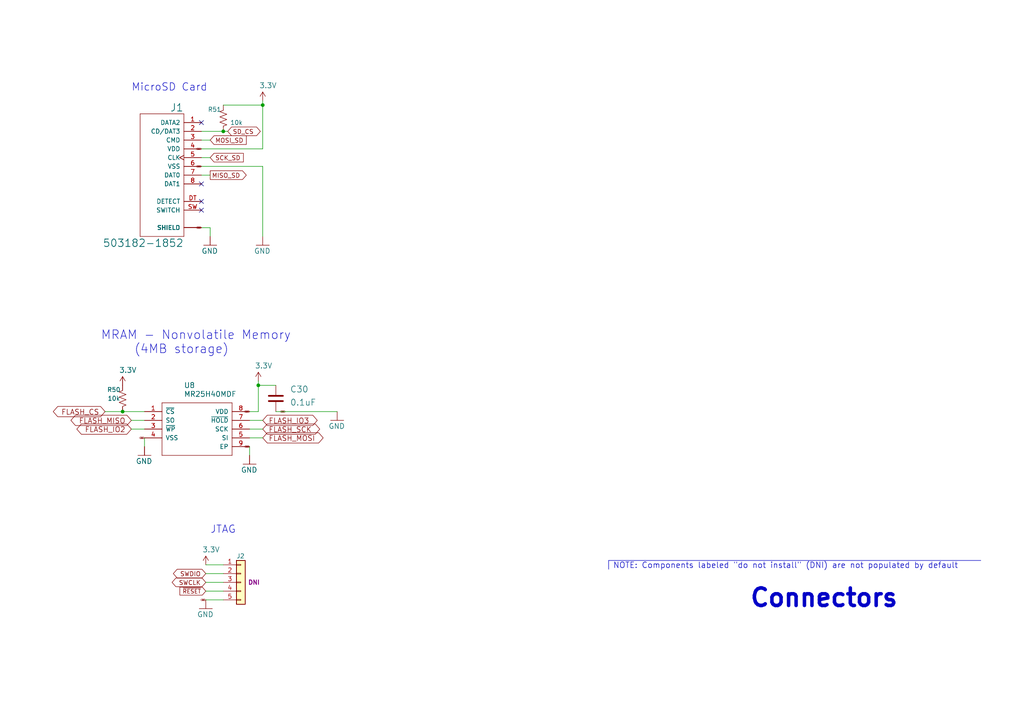
<source format=kicad_sch>
(kicad_sch (version 20230121) (generator eeschema)
  (paper "A4")
  (title_block (title "PyCubed Mainboard") (date "2021-06-09") (rev "v05c") (company "Max Holliday"))
  (lib_symbols
    (symbol "Device:C" (pin_numbers hide) (pin_names (offset 0.254))
      (property "Reference" "C" (at 0.635 2.54 0))
      (property "Value" "C" (at 0.635 -2.54 0))
      (symbol "C_0_1"
        (polyline (pts (xy -2.032 -0.762) (xy 2.032 -0.762)) (stroke (width 0.508)))
        (polyline (pts (xy -2.032 0.762) (xy 2.032 0.762)) (stroke (width 0.508)))
      )
      (symbol "C_1_1"
        (pin passive line (at 0 3.81 270) (length 2.794) (name "~") (number "1"))
        (pin passive line (at 0 -3.81 90) (length 2.794) (name "~") (number "2"))
      )
    )
    (symbol "Device:R_US" (pin_numbers hide) (pin_names (offset 0))
      (property "Reference" "R" (at 2.54 0 90))
      (property "Value" "R_US" (at -2.54 0 90))
      (symbol "R_US_0_1"
        (polyline (pts (xy 0 -2.286) (xy 0 -2.54)))
        (polyline (pts (xy 0 2.286) (xy 0 2.54)))
        (polyline (pts (xy 0 -0.762) (xy 1.016 -1.143) (xy 0 -1.524) (xy -1.016 -1.905) (xy 0 -2.286)))
        (polyline (pts (xy 0 0.762) (xy 1.016 0.381) (xy 0 0) (xy -1.016 -0.381) (xy 0 -0.762)))
        (polyline (pts (xy 0 2.286) (xy 1.016 1.905) (xy 0 1.524) (xy -1.016 1.143) (xy 0 0.762)))
      )
      (symbol "R_US_1_1"
        (pin passive line (at 0 3.81 270) (length 1.27) (name "~") (number "1"))
        (pin passive line (at 0 -3.81 90) (length 1.27) (name "~") (number "2"))
      )
    )
    (symbol "mainboard-rescue:Conn_01x05-Connector_Generic-mainboard-rescue" (pin_names (offset 1.016) hide)
      (property "Reference" "J" (at 0 7.62 0))
      (property "Value" "Conn_01x05-Connector_Generic-mainboard-rescue" (at 0 -7.62 0))
      (symbol "Conn_01x05-Connector_Generic-mainboard-rescue_1_1"
        (rectangle (start -1.27 -4.953) (end 0 -5.207) (stroke (width 0.1524)))
        (rectangle (start -1.27 -2.413) (end 0 -2.667) (stroke (width 0.1524)))
        (rectangle (start -1.27 0.127) (end 0 -0.127) (stroke (width 0.1524)))
        (rectangle (start -1.27 2.667) (end 0 2.413) (stroke (width 0.1524)))
        (rectangle (start -1.27 5.207) (end 0 4.953) (stroke (width 0.1524)))
        (rectangle (start -1.27 6.35) (end 1.27 -6.35) (stroke (width 0.254)) (fill (type background)))
        (pin passive line (at -5.08 5.08 0) (length 3.81) (name "Pin_1") (number "1"))
        (pin passive line (at -5.08 2.54 0) (length 3.81) (name "Pin_2") (number "2"))
        (pin passive line (at -5.08 0 0) (length 3.81) (name "Pin_3") (number "3"))
        (pin passive line (at -5.08 -2.54 0) (length 3.81) (name "Pin_4") (number "4"))
        (pin passive line (at -5.08 -5.08 0) (length 3.81) (name "Pin_5") (number "5"))
      )
    )
    (symbol "mainboard:3.3V" (power) (pin_names (offset 1.016))
      (property "Value" "3.3V" (at -1.016 3.556 0))
      (symbol "3.3V_1_0"
        (polyline (pts (xy 0 2.54) (xy -0.762 1.27)))
        (polyline (pts (xy 0.762 1.27) (xy 0 2.54)))
        (pin power_in line (at 0 0 90) (length 2.54) (name "3.3V") (number "1"))
      )
    )
    (symbol "mainboard:503182-1852" (pin_names (offset 1.016))
      (property "Reference" "J" (at 0 18.3642 0))
      (property "Value" "503182-1852" (at 0 -20.9042 0))
      (symbol "503182-1852_1_0"
        (polyline (pts (xy 0 -17.78) (xy 12.7 -17.78)))
        (polyline (pts (xy 0 17.78) (xy 0 -17.78)))
        (polyline (pts (xy 12.7 -17.78) (xy 12.7 17.78)))
        (polyline (pts (xy 12.7 17.78) (xy 0 17.78)))
        (pin bidirectional line (at -5.08 15.24 0) (length 5.08) (name "DATA2") (number "1"))
        (pin bidirectional line (at -5.08 12.7 0) (length 5.08) (name "CD/DAT3") (number "2"))
        (pin bidirectional line (at -5.08 10.16 0) (length 5.08) (name "CMD") (number "3"))
        (pin power_in line (at -5.08 7.62 0) (length 5.08) (name "VDD") (number "4"))
        (pin bidirectional clock (at -5.08 5.08 0) (length 5.08) (name "CLK") (number "5"))
        (pin power_in line (at -5.08 2.54 0) (length 5.08) (name "VSS") (number "6"))
        (pin bidirectional line (at -5.08 0 0) (length 5.08) (name "DAT0") (number "7"))
        (pin bidirectional line (at -5.08 -2.54 0) (length 5.08) (name "DAT1") (number "8"))
        (pin bidirectional line (at -5.08 -7.62 0) (length 5.08) (name "DETECT") (number "DT"))
        (pin passive line (at -5.08 -15.24 0) (length 5.08) (name "SHIELD") (number "P1"))
        (pin passive line (at -5.08 -15.24 0) (length 5.08) (name "SHIELD") (number "P2"))
        (pin passive line (at -5.08 -15.24 0) (length 5.08) (name "SHIELD") (number "P3"))
        (pin passive line (at -5.08 -15.24 0) (length 5.08) (name "SHIELD") (number "P4"))
        (pin passive line (at -5.08 -15.24 0) (length 5.08) (name "SHIELD") (number "P5"))
        (pin bidirectional line (at -5.08 -10.16 0) (length 5.08) (name "SWITCH") (number "SW"))
      )
    )
    (symbol "mainboard:GND" (power) (pin_names (offset 1.016))
      (property "Value" "GND" (at -2.54 -2.54 0))
      (symbol "GND_1_0"
        (polyline (pts (xy -1.905 0) (xy 1.905 0)))
        (pin power_in line (at 0 2.54 270) (length 2.54) (name "GND") (number "1"))
      )
    )
    (symbol "mainboard:MR25H40MDF" (pin_names (offset 1.016))
      (property "Reference" "U" (at 11.43 7.62 0))
      (property "Value" "MR25H40MDF" (at 11.43 5.08 0))
      (symbol "MR25H40MDF_1_0"
        (polyline (pts (xy 5.08 2.54) (xy 5.08 -12.7)))
        (polyline (pts (xy 5.08 2.54) (xy 25.4 2.54)))
        (polyline (pts (xy 25.4 -12.7) (xy 5.08 -12.7)))
        (polyline (pts (xy 25.4 -12.7) (xy 25.4 2.54)))
        (pin bidirectional line (at 0 0 0) (length 5.08) (name "~{CS}") (number "1"))
        (pin bidirectional line (at 0 -2.54 0) (length 5.08) (name "SO") (number "2"))
        (pin bidirectional line (at 0 -5.08 0) (length 5.08) (name "~{WP}") (number "3"))
        (pin bidirectional line (at 0 -7.62 0) (length 5.08) (name "VSS") (number "4"))
        (pin bidirectional line (at 30.48 -7.62 180) (length 5.08) (name "SI") (number "5"))
        (pin bidirectional line (at 30.48 -5.08 180) (length 5.08) (name "SCK") (number "6"))
        (pin bidirectional line (at 30.48 -2.54 180) (length 5.08) (name "~{HOLD}") (number "7"))
        (pin bidirectional line (at 30.48 0 180) (length 5.08) (name "VDD") (number "8"))
        (pin bidirectional line (at 30.48 -10.16 180) (length 5.08) (name "EP") (number "9"))
      )
    )
  )
  (junction (at 35.56 119.38))
  (junction (at 76.2 30.48))
  (junction (at 74.93 111.76))
  (junction (at 64.77 38.1))
  (no_connect (at 58.42 53.34))
  (no_connect (at 58.42 35.56))
  (no_connect (at 58.42 60.96))
  (no_connect (at 58.42 58.42))
  (wire (pts (xy 64.77 38.1) (xy 66.04 38.1)))
  (wire (pts (xy 76.2 30.48) (xy 76.2 29.21)))
  (wire (pts (xy 72.39 119.38) (xy 74.93 119.38)))
  (wire (pts (xy 58.42 40.64) (xy 60.96 40.64)))
  (wire (pts (xy 38.1 124.46) (xy 41.91 124.46)))
  (wire (pts (xy 72.39 129.54) (xy 72.39 132.08)))
  (wire (pts (xy 58.42 38.1) (xy 64.77 38.1)))
  (wire (pts (xy 80.01 111.76) (xy 74.93 111.76)))
  (wire (pts (xy 64.77 166.37) (xy 59.69 166.37)))
  (wire (pts (xy 76.2 121.92) (xy 72.39 121.92)))
  (wire (pts (xy 64.77 30.48) (xy 76.2 30.48)))
  (wire (pts (xy 58.42 50.8) (xy 60.96 50.8)))
  (wire (pts (xy 58.42 43.18) (xy 76.2 43.18)))
  (wire (pts (xy 64.77 168.91) (xy 59.69 168.91)))
  (wire (pts (xy 35.56 119.38) (xy 41.91 119.38)))
  (polyline (pts (xy 176.53 162.56) (xy 284.48 162.56)))
  (wire (pts (xy 74.93 119.38) (xy 74.93 111.76)))
  (wire (pts (xy 41.91 127) (xy 41.91 129.54)))
  (wire (pts (xy 60.96 66.04) (xy 60.96 68.58)))
  (wire (pts (xy 58.42 48.26) (xy 76.2 48.26)))
  (wire (pts (xy 58.42 45.72) (xy 60.96 45.72)))
  (wire (pts (xy 64.77 171.45) (xy 59.69 171.45)))
  (wire (pts (xy 59.69 173.99) (xy 64.77 173.99)))
  (wire (pts (xy 76.2 124.46) (xy 72.39 124.46)))
  (wire (pts (xy 38.1 121.92) (xy 41.91 121.92)))
  (wire (pts (xy 76.2 48.26) (xy 76.2 68.58)))
  (wire (pts (xy 30.48 119.38) (xy 35.56 119.38)))
  (wire (pts (xy 76.2 127) (xy 72.39 127)))
  (wire (pts (xy 74.93 111.76) (xy 74.93 110.49)))
  (wire (pts (xy 76.2 43.18) (xy 76.2 30.48)))
  (wire (pts (xy 58.42 66.04) (xy 60.96 66.04)))
  (wire (pts (xy 80.01 119.38) (xy 97.79 119.38)))
  (wire (pts (xy 59.69 163.83) (xy 64.77 163.83)))
  (polyline (pts (xy 176.53 165.1) (xy 176.53 162.56)))
  (text "MicroSD Card" (at 38.1 26.67 0) (effects (font (size 2.159 2.159)) (justify left bottom)))
  (text "MRAM - Nonvolatile Memory\n     (4MB storage)" (at 29.21 102.87 0) (effects (font (size 2.54 2.54)) (justify left bottom)))
  (text "NOTE: Components labeled \"do not install\" (DNI) are not populated by default" (at 177.8 165.1 0) (effects (font (size 1.651 1.651)) (justify left bottom)))
  (text "JTAG" (at 60.96 154.94 0) (effects (font (size 2.159 2.159)) (justify left bottom)))
  (text "Connectors" (at 217.17 176.53 0) (effects (font (size 5.08 5.08) (thickness 1.016) bold) (justify left bottom)))
  (global_label "~{RESET}" (shape input) (at 59.69 171.45 180) (effects (font (size 1.1684 1.1684))) (property "Intersheetrefs" "${INTERSHEET_REFS}" (effects hide)))
  (global_label "GND" (shape bidirectional) (at 59.69 173.99 180) (effects (font (size 0.254 0.254))) (property "Intersheetrefs" "${INTERSHEET_REFS}" (effects hide)))
  (global_label "MOSI_SD" (shape input) (at 60.96 40.64 0) (property "Intersheetrefs" "${INTERSHEET_REFS}" (effects hide)))
  (global_label "GND" (shape bidirectional) (at 41.91 127 180) (effects (font (size 0.254 0.254))) (property "Intersheetrefs" "${INTERSHEET_REFS}" (effects hide)))
  (global_label "FLASH_CS" (shape bidirectional) (at 30.48 119.38 180) (effects (font (size 1.4986 1.4986))) (property "Intersheetrefs" "${INTERSHEET_REFS}" (effects hide)))
  (global_label "3.3V" (shape bidirectional) (at 58.42 43.18 180) (effects (font (size 0.254 0.254))) (property "Intersheetrefs" "${INTERSHEET_REFS}" (effects hide)))
  (global_label "GND" (shape bidirectional) (at 81.28 119.38 0) (effects (font (size 0.254 0.254))) (property "Intersheetrefs" "${INTERSHEET_REFS}" (effects hide)))
  (global_label "FLASH_IO3" (shape bidirectional) (at 76.2 121.92 0) (effects (font (size 1.4986 1.4986))) (property "Intersheetrefs" "${INTERSHEET_REFS}" (effects hide)))
  (global_label "FLASH_IO2" (shape bidirectional) (at 38.1 124.46 180) (effects (font (size 1.4986 1.4986))) (property "Intersheetrefs" "${INTERSHEET_REFS}" (effects hide)))
  (global_label "SWCLK" (shape bidirectional) (at 59.69 168.91 180) (property "Intersheetrefs" "${INTERSHEET_REFS}" (effects hide)))
  (global_label "SD_CS" (shape bidirectional) (at 66.04 38.1 0) (property "Intersheetrefs" "${INTERSHEET_REFS}" (effects hide)))
  (global_label "SWDIO" (shape bidirectional) (at 59.69 166.37 180) (property "Intersheetrefs" "${INTERSHEET_REFS}" (effects hide)))
  (global_label "GND" (shape bidirectional) (at 58.42 48.26 180) (effects (font (size 0.254 0.254))) (property "Intersheetrefs" "${INTERSHEET_REFS}" (effects hide)))
  (global_label "GND" (shape bidirectional) (at 58.42 66.04 180) (effects (font (size 0.254 0.254))) (property "Intersheetrefs" "${INTERSHEET_REFS}" (effects hide)))
  (global_label "MISO_SD" (shape output) (at 60.96 50.8 0) (property "Intersheetrefs" "${INTERSHEET_REFS}" (effects hide)))
  (global_label "FLASH_MOSI" (shape bidirectional) (at 76.2 127 0) (effects (font (size 1.4986 1.4986))) (property "Intersheetrefs" "${INTERSHEET_REFS}" (effects hide)))
  (global_label "3.3V" (shape bidirectional) (at 72.39 119.38 180) (effects (font (size 0.254 0.254))) (property "Intersheetrefs" "${INTERSHEET_REFS}" (effects hide)))
  (global_label "SCK_SD" (shape input) (at 60.96 45.72 0) (property "Intersheetrefs" "${INTERSHEET_REFS}" (effects hide)))
  (global_label "GND" (shape bidirectional) (at 72.39 129.54 180) (effects (font (size 0.254 0.254))) (property "Intersheetrefs" "${INTERSHEET_REFS}" (effects hide)))
  (global_label "FLASH_MISO" (shape bidirectional) (at 38.1 121.92 180) (effects (font (size 1.4986 1.4986))) (property "Intersheetrefs" "${INTERSHEET_REFS}" (effects hide)))
  (global_label "FLASH_SCK" (shape bidirectional) (at 76.2 124.46 0) (effects (font (size 1.4986 1.4986))) (property "Intersheetrefs" "${INTERSHEET_REFS}" (effects hide)))
  (symbol (lib_id "mainboard:GND") (at 41.91 132.08 0) (unit 1)
    (property "Reference" "#GND022" (effects hide))
    (property "Value" "GND" (at 39.37 134.62 0) (effects (font (size 1.4986 1.4986)) (justify left bottom)))
  )
  (symbol (lib_id "mainboard:503182-1852") (at 53.34 50.8 0) (mirror y) (unit 1)
    (property "Reference" "J1" (at 53.34 32.4358 0) (effects (font (size 2.159 2.159)) (justify left bottom)))
    (property "Value" "503182-1852" (at 53.34 71.7296 0) (effects (font (size 2.159 2.159)) (justify left bottom)))
    (property "Footprint" "mainboard:MOLEX_503182-1852" (effects hide))
    (property "Datasheet" "https://www.molex.com/pdm_docs/sd/5031821852_sd.pdf" (effects hide))
    (property "Description" "Molex microSD Card Socket" (effects hide))
    (property "Flight" "5031821852" (effects hide))
    (property "Manufacturer_Name" "Molex" (effects hide))
    (property "Manufacturer_Part_Number" "5031821852" (effects hide))
    (property "Proto" "5031821852" (effects hide))
  )
  (symbol (lib_id "mainboard:MR25H40MDF") (at 41.91 119.38 0) (unit 1)
    (property "Reference" "U8" (at 53.34 111.76 0) (effects (font (size 1.4986 1.4986)) (justify left)))
    (property "Value" "MR25H40MDF" (at 53.34 114.3 0) (effects (font (size 1.4986 1.4986)) (justify left)))
    (property "Footprint" "mainboard:SON127P600X500X90-9N" (effects hide))
    (property "Datasheet" "https://www.winbond.com/resource-files/w25q80dv%20dl_revh_10022015.pdf" (effects hide))
    (property "Description" "Non-Volatile Memory" (effects hide))
    (property "Flight" "MR25H40MDF" (effects hide))
    (property "Manufacturer_Name" "Everspin Technologies Inc." (effects hide))
    (property "Manufacturer_Part_Number" "W25Q80DVSNIG" (effects hide))
    (property "Proto" "W25Q80DVSNIG" (effects hide))
  )
  (symbol (lib_id "Device:C") (at 80.01 115.57 0) (unit 1)
    (property "Reference" "C30" (at 84.074 113.919 0) (effects (font (size 1.778 1.778)) (justify left bottom)))
    (property "Value" "0.1uF" (at 84.074 117.729 0) (effects (font (size 1.778 1.778)) (justify left bottom)))
    (property "Footprint" "Capacitor_SMD:C_0603_1608Metric" (effects hide))
  )
  (symbol (lib_id "mainboard:GND") (at 97.79 121.92 0) (unit 1)
    (property "Reference" "#GND065" (effects hide))
    (property "Value" "GND" (at 95.25 124.46 0) (effects (font (size 1.4986 1.4986)) (justify left bottom)))
  )
  (symbol (lib_id "mainboard:GND") (at 59.69 176.53 0) (unit 1)
    (property "Reference" "#GND023" (effects hide))
    (property "Value" "GND" (at 57.15 179.07 0) (effects (font (size 1.4986 1.4986)) (justify left bottom)))
  )
  (symbol (lib_id "mainboard-rescue:Conn_01x05-Connector_Generic-mainboard-rescue") (at 69.85 168.91 0) (unit 1)
    (property "Reference" "J2" (at 68.58 161.29 0) (effects (justify left)))
    (property "Value" "Conn_01x05" (effects hide))
    (property "Footprint" "Connector_PinHeader_2.54mm:PinHeader_1x05_P2.54mm_Vertical" (effects hide))
    (property "DNI" "DNI" (at 73.66 168.91 0) (effects (font bold)))
    (property "Description" "Vertical Header - 0.1in (2.54mm)" (effects hide))
  )
  (symbol (lib_id "mainboard:3.3V") (at 59.69 163.83 0) (unit 1)
    (property "Reference" "#SUPPLY0102" (effects hide))
    (property "Value" "3.3V" (at 58.674 160.274 0) (effects (font (size 1.4986 1.4986)) (justify left bottom)))
  )
  (symbol (lib_id "Device:R_US") (at 64.77 34.29 0) (mirror x) (unit 1)
    (property "Reference" "R51" (at 62.23 31.75 0))
    (property "Value" "10k" (at 68.58 35.56 0))
    (property "Footprint" "Resistor_SMD:R_0603_1608Metric" (effects hide))
  )
  (symbol (lib_id "Device:R_US") (at 35.56 115.57 0) (mirror x) (unit 1)
    (property "Reference" "R50" (at 33.02 113.03 0))
    (property "Value" "10k" (at 33.02 115.57 0))
    (property "Footprint" "Resistor_SMD:R_0603_1608Metric" (effects hide))
  )
  (symbol (lib_id "mainboard:3.3V") (at 35.56 111.76 0) (unit 1)
    (property "Reference" "#SUPPLY0116" (effects hide))
    (property "Value" "3.3V" (at 34.544 108.204 0) (effects (font (size 1.4986 1.4986)) (justify left bottom)))
  )
  (symbol (lib_id "mainboard:GND") (at 72.39 134.62 0) (unit 1)
    (property "Reference" "#GND025" (effects hide))
    (property "Value" "GND" (at 69.85 137.16 0) (effects (font (size 1.4986 1.4986)) (justify left bottom)))
  )
  (symbol (lib_id "mainboard:3.3V") (at 74.93 110.49 0) (unit 1)
    (property "Reference" "#SUPPLY08" (effects hide))
    (property "Value" "3.3V" (at 73.914 106.934 0) (effects (font (size 1.4986 1.4986)) (justify left bottom)))
  )
  (symbol (lib_id "mainboard:GND") (at 76.2 71.12 0) (unit 1)
    (property "Reference" "#GND026" (effects hide))
    (property "Value" "GND" (at 73.66 73.66 0) (effects (font (size 1.4986 1.4986)) (justify left bottom)))
  )
  (symbol (lib_id "mainboard:GND") (at 60.96 71.12 0) (unit 1)
    (property "Reference" "#GND024" (effects hide))
    (property "Value" "GND" (at 58.42 73.66 0) (effects (font (size 1.4986 1.4986)) (justify left bottom)))
  )
  (symbol (lib_id "mainboard:3.3V") (at 76.2 29.21 0) (unit 1)
    (property "Reference" "#SUPPLY07" (effects hide))
    (property "Value" "3.3V" (at 75.184 25.654 0) (effects (font (size 1.4986 1.4986)) (justify left bottom)))
  )
)
</source>
